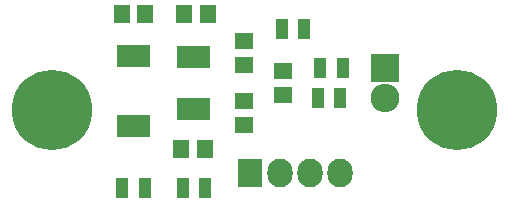
<source format=gts>
G04 #@! TF.FileFunction,Soldermask,Top*
%FSLAX46Y46*%
G04 Gerber Fmt 4.6, Leading zero omitted, Abs format (unit mm)*
G04 Created by KiCad (PCBNEW 4.0.1-stable) date Wednesday, August 10, 2016 'PMt' 07:00:37 PM*
%MOMM*%
G01*
G04 APERTURE LIST*
%ADD10C,0.100000*%
%ADD11R,2.127200X2.432000*%
%ADD12O,2.127200X2.432000*%
%ADD13R,1.100000X1.700000*%
%ADD14R,1.400000X1.650000*%
%ADD15R,1.650000X1.400000*%
%ADD16R,0.850000X1.850000*%
%ADD17R,2.432000X2.432000*%
%ADD18O,2.432000X2.432000*%
%ADD19C,6.800000*%
G04 APERTURE END LIST*
D10*
D11*
X207010000Y-111506000D03*
D12*
X209550000Y-111506000D03*
X212090000Y-111506000D03*
X214630000Y-111506000D03*
D13*
X198054000Y-112776000D03*
X196154000Y-112776000D03*
D14*
X196120000Y-98044000D03*
X198120000Y-98044000D03*
D15*
X206502000Y-102330000D03*
X206502000Y-100330000D03*
D16*
X196129000Y-107500000D03*
X196779000Y-107500000D03*
X197429000Y-107500000D03*
X198079000Y-107500000D03*
X198079000Y-101600000D03*
X197429000Y-101600000D03*
X196779000Y-101600000D03*
X196129000Y-101600000D03*
D15*
X206502000Y-107410000D03*
X206502000Y-105410000D03*
X209804000Y-104870000D03*
X209804000Y-102870000D03*
D14*
X203422000Y-98044000D03*
X201422000Y-98044000D03*
X203184000Y-109474000D03*
X201184000Y-109474000D03*
D17*
X218440000Y-102616000D03*
D18*
X218440000Y-105156000D03*
D13*
X211582000Y-99314000D03*
X209682000Y-99314000D03*
X214630000Y-105156000D03*
X212730000Y-105156000D03*
X214818000Y-102616000D03*
X212918000Y-102616000D03*
X203200000Y-112776000D03*
X201300000Y-112776000D03*
D19*
X224536000Y-106172000D03*
X190246000Y-106172000D03*
D16*
X203159000Y-101686000D03*
X202509000Y-101686000D03*
X201859000Y-101686000D03*
X201209000Y-101686000D03*
X201209000Y-106086000D03*
X201859000Y-106086000D03*
X202509000Y-106086000D03*
X203159000Y-106086000D03*
M02*

</source>
